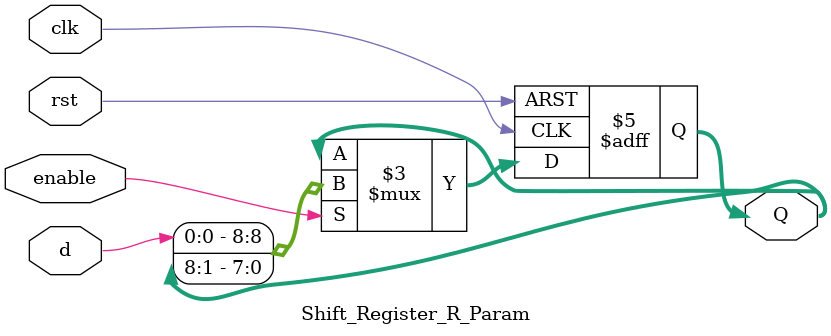
<source format=sv>

module Shift_Register_R_Param #(parameter DATA_WIDTH = 9) (
    //Inputs
    input                   clk,
    input                   rst,
    input                   enable,
    input                   d,
    //Outputs
    output reg [DATA_WIDTH-1:0]  Q
);

    always @(posedge clk, negedge rst) begin
        if (~rst)
            Q <= {DATA_WIDTH{1'b0}};
        else
            if (enable)
                Q <= {d,Q[DATA_WIDTH-1:1]};
    end

endmodule

</source>
